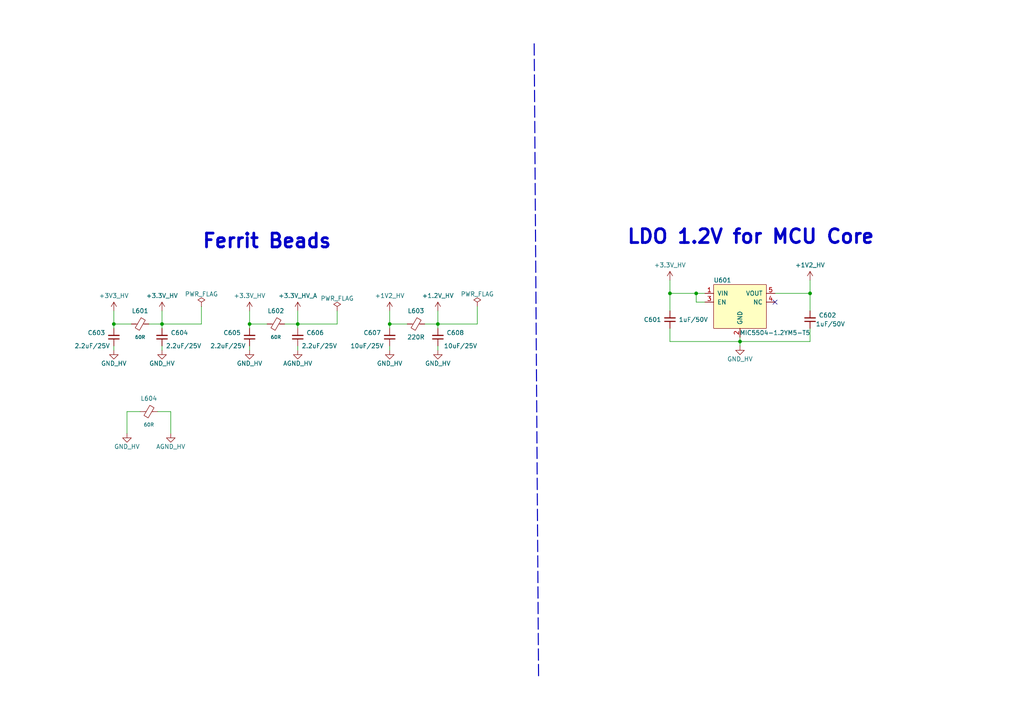
<source format=kicad_sch>
(kicad_sch (version 20211123) (generator eeschema)
  (paper "A4")
  (title_block (title "LCB-CCB-01: Control Board - Power") (date "2022-03-17") (rev "0.1") (company "PADERBORN UNIVERSITY DEPARTMENT OF POWER ELECTRONICS AND ELECTRICAL DRIVES"))
  (lib_symbols
    (symbol "LEA_SymbolLibrary:+1.2V_HV" (power) (pin_numbers hide) (pin_names (offset 0))
      (property "Value" "+1.2V_HV" (at 0 5.08 0))
      (symbol "+1.2V_HV_1_1"
        (polyline (pts (xy -0.762 1.27) (xy 0 2.54)))
        (polyline (pts (xy 0 0) (xy 0 2.54)))
        (polyline (pts (xy 0 2.54) (xy 0.762 1.27)))
        (pin power_in line (at 0 0 90) (length 0) hide (name "+1.2V_HV") (number "1"))
      )
    )
    (symbol "LEA_SymbolLibrary:+1V2_HV" (power) (pin_numbers hide) (pin_names (offset 0))
      (property "Value" "+1V2_HV" (at 0 5.08 0))
      (symbol "+1V2_HV_1_1"
        (polyline (pts (xy -0.762 1.27) (xy 0 2.54)))
        (polyline (pts (xy 0 0) (xy 0 2.54)))
        (polyline (pts (xy 0 2.54) (xy 0.762 1.27)))
        (pin power_in line (at 0 0 90) (length 0) hide (name "+1V2_HV") (number "1"))
      )
    )
    (symbol "LEA_SymbolLibrary:+3.3V_HV" (power) (pin_numbers hide) (pin_names (offset 0))
      (property "Value" "+3.3V_HV" (at 0 5.08 0))
      (symbol "+3.3V_HV_1_1"
        (polyline (pts (xy -0.762 1.27) (xy 0 2.54)))
        (polyline (pts (xy 0 0) (xy 0 2.54)))
        (polyline (pts (xy 0 2.54) (xy 0.762 1.27)))
        (pin power_in line (at 0 0 90) (length 0) hide (name "+3.3V_HV") (number "1"))
      )
    )
    (symbol "LEA_SymbolLibrary:+3.3V_HV_A" (power) (pin_numbers hide) (pin_names (offset 0))
      (property "Value" "+3.3V_HV_A" (at 0 5.08 0))
      (symbol "+3.3V_HV_A_1_1"
        (polyline (pts (xy -0.762 1.27) (xy 0 2.54)))
        (polyline (pts (xy 0 0) (xy 0 2.54)))
        (polyline (pts (xy 0 2.54) (xy 0.762 1.27)))
        (pin power_in line (at 0 0 90) (length 0) hide (name "+3.3V_HV_A") (number "1"))
      )
    )
    (symbol "LEA_SymbolLibrary:+3V3_HV" (power) (pin_numbers hide) (pin_names (offset 0))
      (property "Value" "+3V3_HV" (at 0 5.08 0))
      (symbol "+3V3_HV_1_1"
        (polyline (pts (xy -0.762 1.27) (xy 0 2.54)))
        (polyline (pts (xy 0 0) (xy 0 2.54)))
        (polyline (pts (xy 0 2.54) (xy 0.762 1.27)))
        (pin power_in line (at 0 0 90) (length 0) hide (name "+3V3_HV") (number "1"))
      )
    )
    (symbol "LEA_SymbolLibrary:ACML-0402HC-221-T" (pin_numbers hide) (pin_names (offset 1.016) hide)
      (property "Reference" "L" (at 0 13.97 0))
      (property "Value" "ACML-0402HC-221-T" (at 0 11.43 0))
      (symbol "ACML-0402HC-221-T_1_1"
        (polyline (pts (xy 0 -1.27) (xy 0 -0.7874)))
        (polyline (pts (xy 0 0.889) (xy 0 1.2954)))
        (polyline (pts (xy -1.8288 0.2794) (xy -1.1176 1.4986) (xy 1.8288 -0.2032) (xy 1.1176 -1.4224) (xy -1.8288 0.2794)))
        (pin passive line (at 0 2.54 270) (length 1.27) (name "1") (number "1"))
        (pin passive line (at 0 -2.54 90) (length 1.27) (name "2") (number "2"))
      )
    )
    (symbol "LEA_SymbolLibrary:AGND_HV" (power) (pin_numbers hide) (pin_names (offset 0))
      (property "Value" "AGND_HV" (at 0 -3.81 0))
      (symbol "AGND_HV_1_1"
        (polyline (pts (xy 0 0) (xy 0 -1.27) (xy 1.27 -1.27) (xy 0 -2.54) (xy -1.27 -1.27) (xy 0 -1.27)))
        (pin power_in line (at 0 0 90) (length 0) hide (name "AGND_HV") (number "1"))
      )
    )
    (symbol "LEA_SymbolLibrary:C_0402" (pin_numbers hide) (pin_names (offset 0.254) hide)
      (property "Reference" "C" (at 0.254 1.778 0))
      (property "Value" "C_0402" (at 0.254 -2.032 0))
      (symbol "C_0402_0_1"
        (polyline (pts (xy -1.524 -0.508) (xy 1.524 -0.508)) (stroke (width 0.3302)))
        (polyline (pts (xy -1.524 0.508) (xy 1.524 0.508)) (stroke (width 0.3048)))
      )
      (symbol "C_0402_1_1"
        (pin passive line (at 0 2.54 270) (length 2.032) (name "1") (number "1"))
        (pin passive line (at 0 -2.54 90) (length 2.032) (name "2") (number "2"))
      )
    )
    (symbol "LEA_SymbolLibrary:C_0402__1u0_X5R_10P__35V" (pin_numbers hide) (pin_names (offset 0.254) hide)
      (property "Reference" "R" (at 0.762 0.508 0))
      (property "Value" "C_0402__1u0_X5R_10P__35V" (at 0.762 -1.016 0))
      (symbol "C_0402__1u0_X5R_10P__35V_0_1"
        (polyline (pts (xy -1.524 -0.508) (xy 1.524 -0.508)) (stroke (width 0.3302)))
        (polyline (pts (xy -1.524 0.508) (xy 1.524 0.508)) (stroke (width 0.3048)))
      )
      (symbol "C_0402__1u0_X5R_10P__35V_1_1"
        (pin passive line (at 0 2.54 270) (length 2.032) (name "1") (number "1"))
        (pin passive line (at 0 -2.54 90) (length 2.032) (name "2") (number "2"))
      )
    )
    (symbol "LEA_SymbolLibrary:C_0402__2u2_X5R_10P__35V" (pin_numbers hide) (pin_names (offset 0.254) hide)
      (property "Reference" "R" (at 0.762 0.508 0))
      (property "Value" "C_0402__2u2_X5R_10P__35V" (at 0.762 -1.016 0))
      (symbol "C_0402__2u2_X5R_10P__35V_0_1"
        (polyline (pts (xy -1.524 -0.508) (xy 1.524 -0.508)) (stroke (width 0.3302)))
        (polyline (pts (xy -1.524 0.508) (xy 1.524 0.508)) (stroke (width 0.3048)))
      )
      (symbol "C_0402__2u2_X5R_10P__35V_1_1"
        (pin passive line (at 0 2.54 270) (length 2.032) (name "1") (number "1"))
        (pin passive line (at 0 -2.54 90) (length 2.032) (name "2") (number "2"))
      )
    )
    (symbol "LEA_SymbolLibrary:GND_HV" (power) (pin_numbers hide) (pin_names (offset 0))
      (property "Value" "GND_HV" (at 0 -3.81 0))
      (symbol "GND_HV_1_1"
        (polyline (pts (xy 0 0) (xy 0 -1.27) (xy 1.27 -1.27) (xy 0 -2.54) (xy -1.27 -1.27) (xy 0 -1.27)))
        (pin power_in line (at 0 0 90) (length 0) hide (name "GND_HV") (number "1"))
      )
    )
    (symbol "LEA_SymbolLibrary:MFBM1V1005-600-R" (pin_numbers hide) (pin_names (offset 1.016) hide)
      (property "Reference" "L" (at 0 13.97 0))
      (property "Value" "MFBM1V1005-600-R" (at 0 11.43 0))
      (symbol "MFBM1V1005-600-R_1_1"
        (polyline (pts (xy 0 -1.27) (xy 0 -0.7874)))
        (polyline (pts (xy 0 0.889) (xy 0 1.2954)))
        (polyline (pts (xy -1.8288 0.2794) (xy -1.1176 1.4986) (xy 1.8288 -0.2032) (xy 1.1176 -1.4224) (xy -1.8288 0.2794)))
        (pin passive line (at 0 2.54 270) (length 1.27) (name "1") (number "1"))
        (pin passive line (at 0 -2.54 90) (length 1.27) (name "2") (number "2"))
      )
    )
    (symbol "LEA_SymbolLibrary:MIC5504-1.2YM5-T5" (pin_names (offset 1.016))
      (property "Reference" "IC" (at -6.35 7.62 0))
      (property "Value" "MIC5504-1.2YM5-T5" (at 1.27 5.08 0))
      (symbol "MIC5504-1.2YM5-T5_1_1"
        (rectangle (start -7.62 3.81) (end 7.62 -8.89) (fill (type background)))
        (pin power_in line (at -10.16 1.27 0) (length 2.54) (name "VIN") (number "1"))
        (pin power_in line (at 0 -11.43 90) (length 2.54) (name "GND") (number "2"))
        (pin input line (at -10.16 -1.27 0) (length 2.54) (name "EN") (number "3"))
        (pin passive line (at 10.16 -1.27 180) (length 2.54) (name "NC") (number "4"))
        (pin power_out line (at 10.16 1.27 180) (length 2.54) (name "VOUT") (number "5"))
      )
    )
    (symbol "power:PWR_FLAG" (power) (pin_numbers hide) (pin_names (offset 0) hide)
      (property "Value" "PWR_FLAG" (at 0 3.81 0))
      (symbol "PWR_FLAG_0_0"
        (pin power_out line (at 0 0 90) (length 0) (name "pwr") (number "1"))
      )
      (symbol "PWR_FLAG_0_1"
        (polyline (pts (xy 0 0) (xy 0 1.27) (xy -1.016 1.905) (xy 0 2.54) (xy 1.016 1.905) (xy 0 1.27)))
      )
    )
  )
  (junction (at 86.36 93.98))
  (junction (at 194.31 85.09))
  (junction (at 113.03 93.98))
  (junction (at 33.02 93.98))
  (junction (at 127 93.98))
  (junction (at 214.63 99.06))
  (junction (at 234.95 85.09))
  (junction (at 72.39 93.98))
  (junction (at 46.99 93.98))
  (junction (at 201.93 85.09))
  (no_connect (at 224.79 87.63))
  (wire (pts (xy 46.99 93.98) (xy 46.99 95.25)))
  (wire (pts (xy 58.42 88.9) (xy 58.42 93.98)))
  (wire (pts (xy 33.02 95.25) (xy 33.02 93.98)))
  (wire (pts (xy 33.02 93.98) (xy 38.1 93.98)))
  (wire (pts (xy 49.53 119.38) (xy 49.53 125.73)))
  (wire (pts (xy 138.43 93.98) (xy 138.43 88.9)))
  (wire (pts (xy 224.79 85.09) (xy 234.95 85.09)))
  (wire (pts (xy 204.47 87.63) (xy 201.93 87.63)))
  (wire (pts (xy 113.03 93.98) (xy 113.03 90.17)))
  (wire (pts (xy 45.72 119.38) (xy 49.53 119.38)))
  (wire (pts (xy 86.36 93.98) (xy 86.36 90.17)))
  (wire (pts (xy 214.63 99.06) (xy 234.95 99.06)))
  (wire (pts (xy 204.47 85.09) (xy 201.93 85.09)))
  (wire (pts (xy 72.39 100.33) (xy 72.39 101.6)))
  (wire (pts (xy 194.31 95.25) (xy 194.31 99.06)))
  (wire (pts (xy 127 93.98) (xy 138.43 93.98)))
  (wire (pts (xy 127 93.98) (xy 127 90.17)))
  (wire (pts (xy 113.03 93.98) (xy 118.11 93.98)))
  (wire (pts (xy 113.03 100.33) (xy 113.03 101.6)))
  (wire (pts (xy 58.42 93.98) (xy 46.99 93.98)))
  (wire (pts (xy 234.95 95.25) (xy 234.95 99.06)))
  (wire (pts (xy 86.36 93.98) (xy 86.36 95.25)))
  (wire (pts (xy 201.93 87.63) (xy 201.93 85.09)))
  (wire (pts (xy 127 100.33) (xy 127 101.6)))
  (wire (pts (xy 97.79 93.98) (xy 97.79 90.17)))
  (wire (pts (xy 36.83 119.38) (xy 40.64 119.38)))
  (wire (pts (xy 194.31 99.06) (xy 214.63 99.06)))
  (wire (pts (xy 33.02 100.33) (xy 33.02 101.6)))
  (wire (pts (xy 194.31 81.28) (xy 194.31 85.09)))
  (wire (pts (xy 86.36 100.33) (xy 86.36 101.6)))
  (wire (pts (xy 214.63 97.79) (xy 214.63 99.06)))
  (wire (pts (xy 86.36 93.98) (xy 97.79 93.98)))
  (wire (pts (xy 82.55 93.98) (xy 86.36 93.98)))
  (wire (pts (xy 234.95 85.09) (xy 234.95 81.28)))
  (wire (pts (xy 72.39 93.98) (xy 72.39 90.17)))
  (wire (pts (xy 46.99 100.33) (xy 46.99 101.6)))
  (wire (pts (xy 46.99 90.17) (xy 46.99 93.98)))
  (wire (pts (xy 33.02 93.98) (xy 33.02 90.17)))
  (wire (pts (xy 43.18 93.98) (xy 46.99 93.98)))
  (wire (pts (xy 214.63 99.06) (xy 214.63 100.33)))
  (wire (pts (xy 201.93 85.09) (xy 194.31 85.09)))
  (polyline (pts (xy 154.94 12.7) (xy 156.21 196.85)) (stroke (width 0.3)))
  (wire (pts (xy 36.83 125.73) (xy 36.83 119.38)))
  (wire (pts (xy 72.39 93.98) (xy 77.47 93.98)))
  (wire (pts (xy 127 93.98) (xy 127 95.25)))
  (wire (pts (xy 113.03 95.25) (xy 113.03 93.98)))
  (wire (pts (xy 72.39 95.25) (xy 72.39 93.98)))
  (wire (pts (xy 234.95 85.09) (xy 234.95 90.17)))
  (wire (pts (xy 194.31 85.09) (xy 194.31 90.17)))
  (wire (pts (xy 123.19 93.98) (xy 127 93.98)))
  (text "LDO 1.2V for MCU Core" (at 181.61 71.12 0) (effects (font (size 4 4) bold) (justify left bottom)))
  (text "Ferrit Beads" (at 58.42 72.39 0) (effects (font (size 4 4) bold) (justify left bottom)))
  (symbol (lib_id "LEA_SymbolLibrary:MIC5504-1.2YM5-T5") (at 214.63 86.36 0) (unit 1)
    (property "Reference" "U601" (at 209.55 81.28 0))
    (property "Value" "MIC5504-1.2YM5-T5" (at 224.79 96.52 0))
    (property "Footprint" "LEA_FootprintLibrary:SOT-23-5_Microchip" (effects hide))
    (property "Datasheet" "https://ww1.microchip.com/downloads/en/DeviceDoc/MIC5501-02-03-04-300mA-Single-Output-LDO-in-Small-Packages-DS20006006B.pdf" (effects hide))
    (property "Manufacturer" "Microchip" (effects hide))
    (property "Mouser No" "998-MIC5504-1.2YM5T5" (effects hide))
    (property "Mfr. No" "MIC5504-1.2YM5-T5" (effects hide))
    (property "mouser#" "998-MIC5504-1.2YM5T5" (effects hide))
    (property "manf#" "MIC5504-1.2YM5-T5" (effects hide))
  )
  (symbol (lib_id "LEA_SymbolLibrary:GND_HV") (at 214.63 100.33 0) (unit 1)
    (property "Reference" "#PWR0615" (effects hide))
    (property "Value" "GND_HV" (at 214.63 104.14 0))
  )
  (symbol (lib_id "LEA_SymbolLibrary:C_0402__1u0_X5R_10P__35V") (at 194.31 92.71 180) (unit 1)
    (property "Reference" "C601" (at 186.69 92.71 0) (effects (justify right)))
    (property "Value" "1uF/50V" (at 196.85 92.71 0) (effects (justify right)))
    (property "Footprint" "LEA_FootprintLibrary:C_0402" (effects hide))
    (property "Manufacturer" "TDK" (effects hide))
    (property "manf#" "C1005X5R1V105K" (effects hide))
    (property "mouser#" "810-C1005X5R1V105K" (effects hide))
  )
  (symbol (lib_id "LEA_SymbolLibrary:C_0402__1u0_X5R_10P__35V") (at 234.95 92.71 0) (mirror x) (unit 1)
    (property "Reference" "C602" (at 242.57 91.44 0) (effects (justify right)))
    (property "Value" "1uF/50V" (at 245.11 93.98 0) (effects (justify right)))
    (property "Footprint" "LEA_FootprintLibrary:C_0402" (effects hide))
    (property "Manufacturer" "TDK" (effects hide))
    (property "manf#" "C1005X5R1V105K" (effects hide))
    (property "mouser#" "810-C1005X5R1V105K" (effects hide))
  )
  (symbol (lib_id "LEA_SymbolLibrary:+1V2_HV") (at 234.95 81.28 0) (unit 1)
    (property "Reference" "#PWR0602" (effects hide))
    (property "Value" "+1V2_HV" (at 234.95 76.8858 0))
  )
  (symbol (lib_id "LEA_SymbolLibrary:MFBM1V1005-600-R") (at 40.64 93.98 270) (unit 1)
    (property "Reference" "L601" (at 40.64 90.17 90))
    (property "Value" "60R" (at 40.64 97.79 90) (effects (font (size 0.9906 0.9906))))
    (property "Footprint" "LEA_FootprintLibrary:L_0402" (effects hide))
    (property "Datasheet" "https://www.mouser.de/datasheet/2/87/eaton_mfbm1v1005_high_current_multilayer_ferrite_c-1890673.pdf" (effects hide))
    (property "Manufacturer" "Eaton" (effects hide))
    (property "Mouser No" "704-MFBM1V1005-600-R" (effects hide))
    (property "Mfr. No" "MFBM1V1005-600-R" (effects hide))
    (property "mouser#" "704-MFBM1V1005-600-R" (effects hide))
    (property "manf#" "MFBM1V1005-600-R" (effects hide))
  )
  (symbol (lib_id "LEA_SymbolLibrary:C_0402__2u2_X5R_10P__35V") (at 33.02 97.79 180) (unit 1)
    (property "Reference" "C603" (at 25.4 96.52 0) (effects (justify right)))
    (property "Value" "2.2uF/25V" (at 21.59 100.33 0) (effects (justify right)))
    (property "Footprint" "LEA_FootprintLibrary:C_0402" (effects hide))
    (property "Manufacturer" "TDK" (effects hide))
    (property "manf#" "C1005X5R1V225K" (effects hide))
    (property "mouser#" "810-C1005X5R1V225K" (effects hide))
  )
  (symbol (lib_id "LEA_SymbolLibrary:GND_HV") (at 33.02 101.6 0) (unit 1)
    (property "Reference" "#PWR0609" (effects hide))
    (property "Value" "GND_HV" (at 33.02 105.41 0))
  )
  (symbol (lib_id "LEA_SymbolLibrary:GND_HV") (at 46.99 101.6 0) (unit 1)
    (property "Reference" "#PWR0610" (effects hide))
    (property "Value" "GND_HV" (at 46.99 105.41 0))
  )
  (symbol (lib_id "LEA_SymbolLibrary:+3.3V_HV") (at 46.99 90.17 0) (unit 1)
    (property "Reference" "#PWR0604" (effects hide))
    (property "Value" "+3.3V_HV" (at 46.99 85.7758 0))
  )
  (symbol (lib_id "LEA_SymbolLibrary:C_0402__2u2_X5R_10P__35V") (at 46.99 97.79 0) (mirror x) (unit 1)
    (property "Reference" "C604" (at 54.61 96.52 0) (effects (justify right)))
    (property "Value" "2.2uF/25V" (at 58.42 100.33 0) (effects (justify right)))
    (property "Footprint" "LEA_FootprintLibrary:C_0402" (effects hide))
    (property "Manufacturer" "TDK" (effects hide))
    (property "manf#" "C1005X5R1V225K" (effects hide))
    (property "mouser#" "810-C1005X5R1V225K" (effects hide))
  )
  (symbol (lib_id "LEA_SymbolLibrary:MFBM1V1005-600-R") (at 80.01 93.98 270) (unit 1)
    (property "Reference" "L602" (at 80.01 90.17 90))
    (property "Value" "60R" (at 80.01 97.79 90) (effects (font (size 0.9906 0.9906))))
    (property "Footprint" "LEA_FootprintLibrary:L_0402" (effects hide))
    (property "Datasheet" "https://www.mouser.de/datasheet/2/87/eaton_mfbm1v1005_high_current_multilayer_ferrite_c-1890673.pdf" (effects hide))
    (property "Manufacturer" "Eaton" (effects hide))
    (property "Mouser No" "704-MFBM1V1005-600-R" (effects hide))
    (property "Mfr. No" "MFBM1V1005-600-R" (effects hide))
    (property "mouser#" "704-MFBM1V1005-600-R" (effects hide))
    (property "manf#" "MFBM1V1005-600-R" (effects hide))
  )
  (symbol (lib_id "LEA_SymbolLibrary:C_0402__2u2_X5R_10P__35V") (at 72.39 97.79 180) (unit 1)
    (property "Reference" "C605" (at 64.77 96.52 0) (effects (justify right)))
    (property "Value" "2.2uF/25V" (at 60.96 100.33 0) (effects (justify right)))
    (property "Footprint" "LEA_FootprintLibrary:C_0402" (effects hide))
    (property "Manufacturer" "TDK" (effects hide))
    (property "manf#" "C1005X5R1V225K" (effects hide))
    (property "mouser#" "810-C1005X5R1V225K" (effects hide))
  )
  (symbol (lib_id "LEA_SymbolLibrary:GND_HV") (at 72.39 101.6 0) (unit 1)
    (property "Reference" "#PWR0611" (effects hide))
    (property "Value" "GND_HV" (at 72.39 105.41 0))
  )
  (symbol (lib_id "LEA_SymbolLibrary:C_0402__2u2_X5R_10P__35V") (at 86.36 97.79 0) (mirror x) (unit 1)
    (property "Reference" "C606" (at 93.98 96.52 0) (effects (justify right)))
    (property "Value" "2.2uF/25V" (at 97.79 100.33 0) (effects (justify right)))
    (property "Footprint" "LEA_FootprintLibrary:C_0402" (effects hide))
    (property "Manufacturer" "TDK" (effects hide))
    (property "manf#" "C1005X5R1V225K" (effects hide))
    (property "mouser#" "810-C1005X5R1V225K" (effects hide))
  )
  (symbol (lib_id "LEA_SymbolLibrary:+3.3V_HV_A") (at 86.36 90.17 0) (unit 1)
    (property "Reference" "#PWR0606" (effects hide))
    (property "Value" "+3.3V_HV_A" (at 86.36 85.7758 0))
  )
  (symbol (lib_id "LEA_SymbolLibrary:+3V3_HV") (at 33.02 90.17 0) (unit 1)
    (property "Reference" "#PWR0603" (effects hide))
    (property "Value" "+3V3_HV" (at 33.02 85.7758 0))
  )
  (symbol (lib_id "LEA_SymbolLibrary:C_0402") (at 113.03 97.79 180) (unit 1)
    (property "Reference" "C607" (at 105.41 96.52 0) (effects (justify right)))
    (property "Value" "10uF/25V" (at 101.6 100.33 0) (effects (justify right)))
    (property "Footprint" "LEA_FootprintLibrary:C_0402" (effects hide))
  )
  (symbol (lib_id "LEA_SymbolLibrary:GND_HV") (at 113.03 101.6 0) (unit 1)
    (property "Reference" "#PWR0613" (effects hide))
    (property "Value" "GND_HV" (at 113.03 105.41 0))
  )
  (symbol (lib_id "LEA_SymbolLibrary:GND_HV") (at 127 101.6 0) (unit 1)
    (property "Reference" "#PWR0614" (effects hide))
    (property "Value" "GND_HV" (at 127 105.41 0))
  )
  (symbol (lib_id "LEA_SymbolLibrary:C_0402") (at 127 97.79 0) (mirror x) (unit 1)
    (property "Reference" "C608" (at 134.62 96.52 0) (effects (justify right)))
    (property "Value" "10uF/25V" (at 138.43 100.33 0) (effects (justify right)))
    (property "Footprint" "LEA_FootprintLibrary:C_0402" (effects hide))
  )
  (symbol (lib_id "LEA_SymbolLibrary:+1.2V_HV") (at 127 90.17 0) (unit 1)
    (property "Reference" "#PWR0608" (effects hide))
    (property "Value" "+1.2V_HV" (at 127 85.7758 0))
  )
  (symbol (lib_id "LEA_SymbolLibrary:+1V2_HV") (at 113.03 90.17 0) (unit 1)
    (property "Reference" "#PWR0607" (effects hide))
    (property "Value" "+1V2_HV" (at 113.03 85.7758 0))
  )
  (symbol (lib_id "LEA_SymbolLibrary:ACML-0402HC-221-T") (at 120.65 93.98 270) (unit 1)
    (property "Reference" "L603" (at 120.65 90.17 90))
    (property "Value" "220R" (at 120.65 97.79 90))
    (property "Footprint" "LEA_FootprintLibrary:L_0402" (effects hide))
    (property "Datasheet" "https://www.mouser.de/datasheet/2/3/ACML-0402HC-310073.pdf" (effects hide))
    (property "Manufacturer" "ABRACON" (effects hide))
    (property "Mouser No" "815-ACML-0402HC-221T" (effects hide))
    (property "Mfr. No" "ACML-0402HC-221-T" (effects hide))
    (property "mouser#" "815-ACML-0402HC-221T" (effects hide))
    (property "manf#" "ACML-0402HC-221-T" (effects hide))
  )
  (symbol (lib_id "LEA_SymbolLibrary:+3.3V_HV") (at 72.39 90.17 0) (unit 1)
    (property "Reference" "#PWR0101" (effects hide))
    (property "Value" "+3.3V_HV" (at 72.39 85.7758 0))
  )
  (symbol (lib_id "power:PWR_FLAG") (at 58.42 88.9 0) (unit 1)
    (property "Reference" "#FLG0601" (effects hide))
    (property "Value" "PWR_FLAG" (at 58.42 85.2955 0))
  )
  (symbol (lib_id "power:PWR_FLAG") (at 97.79 90.17 0) (unit 1)
    (property "Reference" "#FLG0603" (effects hide))
    (property "Value" "PWR_FLAG" (at 97.79 86.5655 0))
  )
  (symbol (lib_id "LEA_SymbolLibrary:GND_HV") (at 36.83 125.73 0) (unit 1)
    (property "Reference" "#PWR0616" (effects hide))
    (property "Value" "GND_HV" (at 36.83 129.54 0))
  )
  (symbol (lib_id "LEA_SymbolLibrary:+3.3V_HV") (at 194.31 81.28 0) (unit 1)
    (property "Reference" "#PWR0102" (effects hide))
    (property "Value" "+3.3V_HV" (at 194.31 76.8858 0))
  )
  (symbol (lib_id "power:PWR_FLAG") (at 138.43 88.9 0) (unit 1)
    (property "Reference" "#FLG0602" (effects hide))
    (property "Value" "PWR_FLAG" (at 138.43 85.2955 0))
  )
  (symbol (lib_id "LEA_SymbolLibrary:AGND_HV") (at 49.53 125.73 0) (unit 1)
    (property "Reference" "#PWR0617" (effects hide))
    (property "Value" "AGND_HV" (at 49.53 129.54 0))
  )
  (symbol (lib_id "LEA_SymbolLibrary:AGND_HV") (at 86.36 101.6 0) (unit 1)
    (property "Reference" "#PWR0612" (effects hide))
    (property "Value" "AGND_HV" (at 86.36 105.41 0))
  )
  (symbol (lib_id "LEA_SymbolLibrary:MFBM1V1005-600-R") (at 43.18 119.38 270) (unit 1)
    (property "Reference" "L604" (at 43.18 115.57 90))
    (property "Value" "60R" (at 43.18 123.19 90) (effects (font (size 0.9906 0.9906))))
    (property "Footprint" "LEA_FootprintLibrary:L_0402" (effects hide))
    (property "Datasheet" "https://www.mouser.de/datasheet/2/87/eaton_mfbm1v1005_high_current_multilayer_ferrite_c-1890673.pdf" (effects hide))
    (property "Manufacturer" "Eaton" (effects hide))
    (property "Mouser No" "704-MFBM1V1005-600-R" (effects hide))
    (property "Mfr. No" "MFBM1V1005-600-R" (effects hide))
    (property "mouser#" "704-MFBM1V1005-600-R" (effects hide))
    (property "manf#" "MFBM1V1005-600-R" (effects hide))
  )
)
</source>
